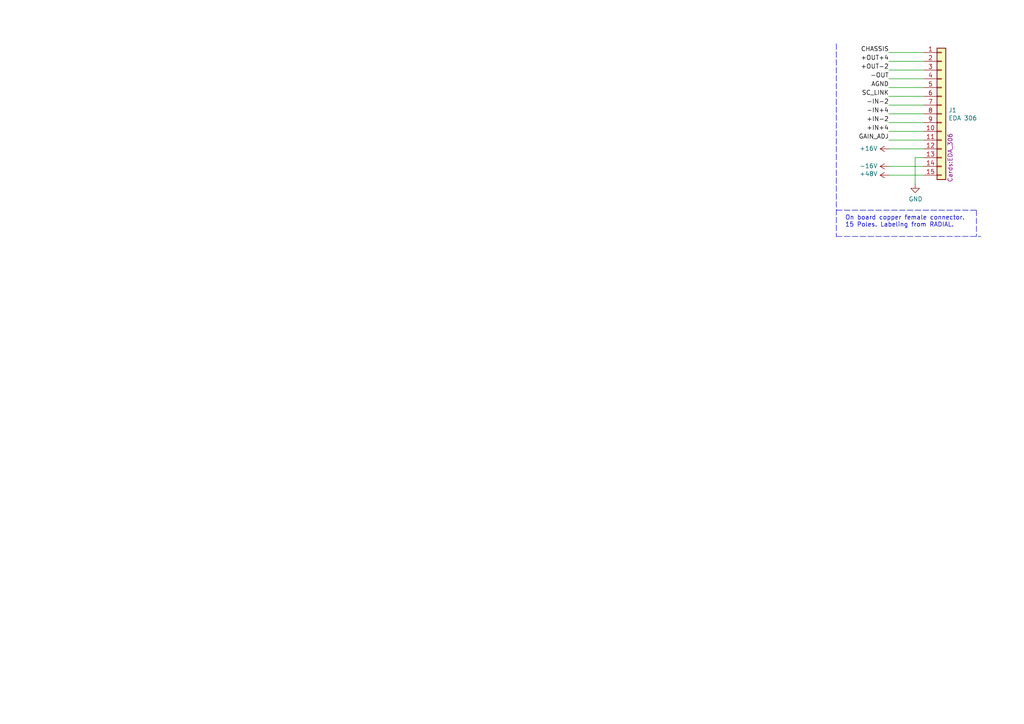
<source format=kicad_sch>
(kicad_sch (version 20231120) (generator "eeschema") (generator_version "8.0")
  (paper "A4")
  (title_block (title "API Series 500 (EDA 306)") (rev "1"))
  (lib_symbols
    (symbol "API_Series-500-rescue:+16V-power" (power) (pin_names (offset 0))
      (property "Value" "power_+16V" (at 0 3.81 0))
      (symbol "+16V-power_0_1"
        (polyline (pts (xy -0.762 1.27) (xy 0 2.54)))
        (polyline (pts (xy 0 0) (xy 0 2.54)))
        (polyline (pts (xy 0 2.54) (xy 0.762 1.27)))
      )
      (symbol "+16V-power_1_1"
        (pin power_in line (at 0 0 90) (length 0) hide (name "+16V") (number "1"))
      )
    )
    (symbol "API_Series-500-rescue:+48V-power" (power) (pin_names (offset 0))
      (property "Value" "power_+48V" (at 0 3.556 0))
      (symbol "+48V-power_0_1"
        (polyline (pts (xy -0.762 1.27) (xy 0 2.54)))
        (polyline (pts (xy 0 0) (xy 0 2.54)))
        (polyline (pts (xy 0 2.54) (xy 0.762 1.27)))
      )
      (symbol "+48V-power_1_1"
        (pin power_in line (at 0 0 90) (length 0) hide (name "+48V") (number "1"))
      )
    )
    (symbol "API_Series-500-rescue:-16V-power" (power) (pin_names (offset 0))
      (property "Value" "power_-16V" (at 0 3.81 0))
      (symbol "-16V-power_0_1"
        (polyline (pts (xy -0.762 1.27) (xy 0 2.54)))
        (polyline (pts (xy 0 0) (xy 0 2.54)))
        (polyline (pts (xy 0 2.54) (xy 0.762 1.27)))
      )
      (symbol "-16V-power_1_1"
        (pin power_in line (at 0 0 90) (length 0) hide (name "-16V") (number "1"))
      )
    )
    (symbol "API_Series-500-rescue:GND-power" (power) (pin_names (offset 0))
      (property "Value" "power_GND" (at 0 -3.81 0))
      (symbol "GND-power_0_1"
        (polyline (pts (xy 0 0) (xy 0 -1.27) (xy 1.27 -1.27) (xy 0 -2.54) (xy -1.27 -1.27) (xy 0 -1.27)))
      )
      (symbol "GND-power_1_1"
        (pin power_in line (at 0 0 270) (length 0) hide (name "GND") (number "1"))
      )
    )
    (symbol "Connector_Generic:Conn_01x15" (pin_names (offset 1.016) hide)
      (property "Reference" "J" (at 0 20.32 0))
      (property "Value" "Conn_01x15" (at 0 -20.32 0))
      (symbol "Conn_01x15_1_1"
        (rectangle (start -1.27 -17.653) (end 0 -17.907) (stroke (width 0.1524)))
        (rectangle (start -1.27 -15.113) (end 0 -15.367) (stroke (width 0.1524)))
        (rectangle (start -1.27 -12.573) (end 0 -12.827) (stroke (width 0.1524)))
        (rectangle (start -1.27 -10.033) (end 0 -10.287) (stroke (width 0.1524)))
        (rectangle (start -1.27 -7.493) (end 0 -7.747) (stroke (width 0.1524)))
        (rectangle (start -1.27 -4.953) (end 0 -5.207) (stroke (width 0.1524)))
        (rectangle (start -1.27 -2.413) (end 0 -2.667) (stroke (width 0.1524)))
        (rectangle (start -1.27 0.127) (end 0 -0.127) (stroke (width 0.1524)))
        (rectangle (start -1.27 2.667) (end 0 2.413) (stroke (width 0.1524)))
        (rectangle (start -1.27 5.207) (end 0 4.953) (stroke (width 0.1524)))
        (rectangle (start -1.27 7.747) (end 0 7.493) (stroke (width 0.1524)))
        (rectangle (start -1.27 10.287) (end 0 10.033) (stroke (width 0.1524)))
        (rectangle (start -1.27 12.827) (end 0 12.573) (stroke (width 0.1524)))
        (rectangle (start -1.27 15.367) (end 0 15.113) (stroke (width 0.1524)))
        (rectangle (start -1.27 17.907) (end 0 17.653) (stroke (width 0.1524)))
        (rectangle (start -1.27 19.05) (end 1.27 -19.05) (stroke (width 0.254)) (fill (type background)))
        (pin passive line (at -5.08 17.78 0) (length 3.81) (name "Pin_1") (number "1"))
        (pin passive line (at -5.08 -5.08 0) (length 3.81) (name "Pin_10") (number "10"))
        (pin passive line (at -5.08 -7.62 0) (length 3.81) (name "Pin_11") (number "11"))
        (pin passive line (at -5.08 -10.16 0) (length 3.81) (name "Pin_12") (number "12"))
        (pin passive line (at -5.08 -12.7 0) (length 3.81) (name "Pin_13") (number "13"))
        (pin passive line (at -5.08 -15.24 0) (length 3.81) (name "Pin_14") (number "14"))
        (pin passive line (at -5.08 -17.78 0) (length 3.81) (name "Pin_15") (number "15"))
        (pin passive line (at -5.08 15.24 0) (length 3.81) (name "Pin_2") (number "2"))
        (pin passive line (at -5.08 12.7 0) (length 3.81) (name "Pin_3") (number "3"))
        (pin passive line (at -5.08 10.16 0) (length 3.81) (name "Pin_4") (number "4"))
        (pin passive line (at -5.08 7.62 0) (length 3.81) (name "Pin_5") (number "5"))
        (pin passive line (at -5.08 5.08 0) (length 3.81) (name "Pin_6") (number "6"))
        (pin passive line (at -5.08 2.54 0) (length 3.81) (name "Pin_7") (number "7"))
        (pin passive line (at -5.08 0 0) (length 3.81) (name "Pin_8") (number "8"))
        (pin passive line (at -5.08 -2.54 0) (length 3.81) (name "Pin_9") (number "9"))
      )
    )
  )
  (wire (pts (xy 267.97 50.8) (xy 257.81 50.8)))
  (wire (pts (xy 257.81 40.64) (xy 267.97 40.64)))
  (wire (pts (xy 257.81 43.18) (xy 267.97 43.18)))
  (polyline (pts (xy 242.57 12.7) (xy 242.57 68.58)) (stroke (width 0) (type dash)))
  (wire (pts (xy 257.81 35.56) (xy 267.97 35.56)))
  (wire (pts (xy 257.81 20.32) (xy 267.97 20.32)))
  (wire (pts (xy 257.81 25.4) (xy 267.97 25.4)))
  (wire (pts (xy 267.97 38.1) (xy 257.81 38.1)))
  (polyline (pts (xy 283.21 60.96) (xy 283.21 68.58)) (stroke (width 0) (type dash)))
  (wire (pts (xy 267.97 17.78) (xy 257.81 17.78)))
  (wire (pts (xy 267.97 45.72) (xy 265.43 45.72)))
  (wire (pts (xy 267.97 33.02) (xy 257.81 33.02)))
  (wire (pts (xy 257.81 48.26) (xy 267.97 48.26)))
  (wire (pts (xy 267.97 22.86) (xy 257.81 22.86)))
  (wire (pts (xy 265.43 45.72) (xy 265.43 53.34)))
  (polyline (pts (xy 242.57 68.58) (xy 284.48 68.58)) (stroke (width 0) (type dash)))
  (wire (pts (xy 257.81 15.24) (xy 267.97 15.24)))
  (polyline (pts (xy 242.57 60.96) (xy 283.21 60.96)) (stroke (width 0) (type dash)))
  (wire (pts (xy 267.97 27.94) (xy 257.81 27.94)))
  (wire (pts (xy 257.81 30.48) (xy 267.97 30.48)))
  (text "On board copper female connector.\n15 Poles. Labeling from RADIAL." (at 245.11 66.04 0) (effects (font (size 1.27 1.27)) (justify left bottom)))
  (label "+IN-2" (at 257.81 35.56 180))
  (label "CHASSIS" (at 257.81 15.24 180))
  (label "SC_LINK" (at 257.81 27.94 180))
  (label "-IN+4" (at 257.81 33.02 180))
  (label "GAIN_ADJ" (at 257.81 40.64 180))
  (label "-OUT" (at 257.81 22.86 180))
  (label "+OUT+4" (at 257.81 17.78 180))
  (label "-IN-2" (at 257.81 30.48 180))
  (label "+OUT-2" (at 257.81 20.32 180))
  (label "+IN+4" (at 257.81 38.1 180))
  (label "AGND" (at 257.81 25.4 180))
  (symbol (lib_id "Connector_Generic:Conn_01x15") (at 273.05 33.02 0) (unit 1)
    (property "Reference" "J1" (at 275.082 31.9532 0) (effects (justify left)))
    (property "Value" "EDA 306" (at 275.082 34.2646 0) (effects (justify left)))
    (property "Footprint" "Cards:EDA_306" (at 275.59 45.72 90))
  )
  (symbol (lib_id "API_Series-500-rescue:GND-power") (at 265.43 53.34 0) (unit 1)
    (property "Reference" "#PWR0101" (effects (hide yes)))
    (property "Value" "GND" (at 265.557 57.7342 0))
  )
  (symbol (lib_id "API_Series-500-rescue:+48V-power") (at 257.81 50.8 90) (unit 1)
    (property "Reference" "#PWR0102" (effects (hide yes)))
    (property "Value" "+48V" (at 254.5588 50.419 90) (effects (justify left)))
  )
  (symbol (lib_id "API_Series-500-rescue:+16V-power") (at 257.81 43.18 90) (unit 1)
    (property "Reference" "#PWR0103" (effects (hide yes)))
    (property "Value" "+16V" (at 254.5588 43.053 90) (effects (justify left)))
  )
  (symbol (lib_id "API_Series-500-rescue:-16V-power") (at 257.81 48.26 90) (unit 1)
    (property "Reference" "#PWR0104" (effects (hide yes)))
    (property "Value" "-16V" (at 254.5588 48.133 90) (effects (justify left)))
  )
)
</source>
